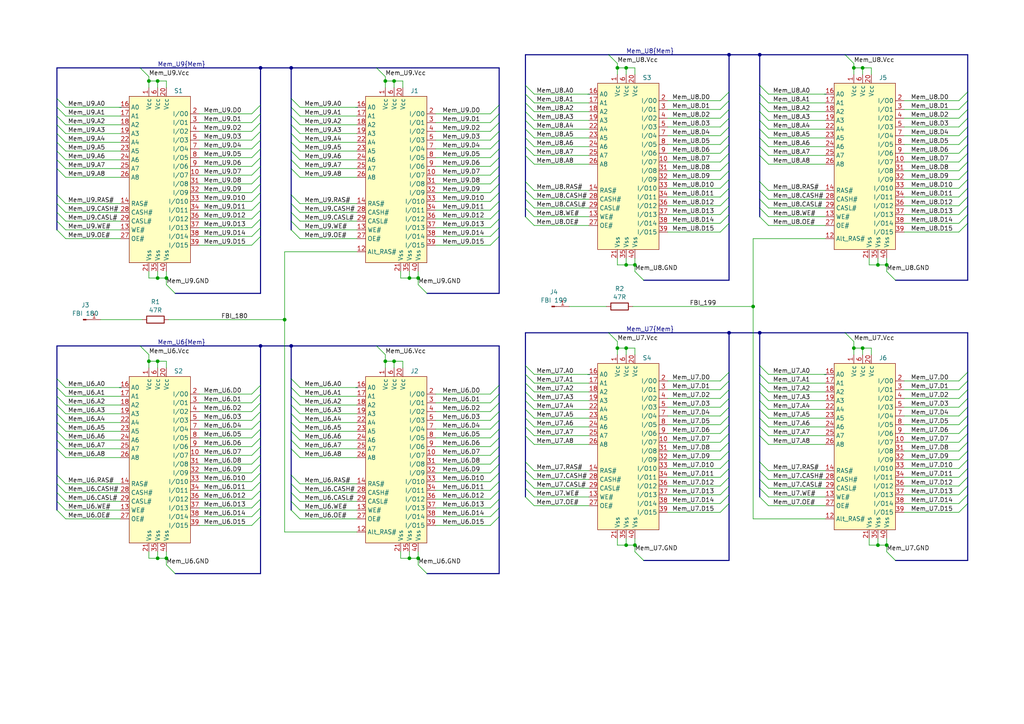
<source format=kicad_sch>
(kicad_sch (version 20230121) (generator eeschema)
  (paper "A4")
  (title_block (title "Diamond Monster 3D RAM Expansion FBI Board") (date "2023-09-15") (company "Jeff Chen"))
  (bus_alias "Mem" (members "A[0..9]" "D[0..15]" "RAS#" "CASH#" "CASL#" "WE#" "OE#" "Vcc" "GND"))
  (junction (at 121.285 80.645))
  (junction (at 45.72 104.775))
  (junction (at 118.745 80.645))
  (junction (at 184.15 158.115))
  (junction (at 179.07 100.965))
  (junction (at 181.61 100.965))
  (junction (at 75.565 100.33))
  (junction (at 247.65 19.685))
  (junction (at 257.175 158.115))
  (junction (at 254.635 158.115))
  (junction (at 45.72 80.645))
  (junction (at 45.72 23.495))
  (junction (at 114.3 104.775))
  (junction (at 45.72 161.925))
  (junction (at 254.635 76.835))
  (junction (at 48.26 161.925))
  (junction (at 211.455 96.52))
  (junction (at 218.44 88.9))
  (junction (at 184.15 76.835))
  (junction (at 84.455 19.685))
  (junction (at 111.76 104.775))
  (junction (at 75.565 19.685))
  (junction (at 181.61 76.835))
  (junction (at 250.19 100.965))
  (junction (at 181.61 158.115))
  (junction (at 82.55 92.71))
  (junction (at 43.18 23.495))
  (junction (at 181.61 19.685))
  (junction (at 179.07 19.685))
  (junction (at 211.455 15.875))
  (junction (at 48.26 80.645))
  (junction (at 121.285 161.925))
  (junction (at 84.455 100.33))
  (junction (at 247.65 100.965))
  (junction (at 43.18 104.775))
  (junction (at 111.76 23.495))
  (junction (at 257.175 76.835))
  (junction (at 250.19 19.685))
  (junction (at 220.345 15.875))
  (junction (at 118.745 161.925))
  (junction (at 114.3 23.495))
  (junction (at 220.345 96.52))
  (bus_entry (at 211.455 135.89) (size -2.54 2.54))
  (bus_entry (at 278.13 120.65) (size 2.54 -2.54))
  (bus_entry (at 152.4 126.365) (size 2.54 2.54))
  (bus_entry (at 75.565 119.38) (size -2.54 2.54))
  (bus_entry (at 222.885 29.845) (size -2.54 -2.54))
  (bus_entry (at 222.885 141.605) (size -2.54 -2.54))
  (bus_entry (at 16.51 122.555) (size 2.54 2.54))
  (bus_entry (at 16.51 112.395) (size 2.54 2.54))
  (bus_entry (at 152.4 57.785) (size 2.54 2.54))
  (bus_entry (at 278.13 31.75) (size 2.54 -2.54))
  (bus_entry (at 86.995 51.435) (size -2.54 -2.54))
  (bus_entry (at 16.51 61.595) (size 2.54 2.54))
  (bus_entry (at 75.565 60.96) (size -2.54 2.54))
  (bus_entry (at 211.455 36.83) (size -2.54 2.54))
  (bus_entry (at 16.51 125.095) (size 2.54 2.54))
  (bus_entry (at 211.455 120.65) (size -2.54 2.54))
  (bus_entry (at 278.13 123.19) (size 2.54 -2.54))
  (bus_entry (at 142.24 43.18) (size 2.54 -2.54))
  (bus_entry (at 278.13 54.61) (size 2.54 -2.54))
  (bus_entry (at 278.13 133.35) (size 2.54 -2.54))
  (bus_entry (at 86.995 130.175) (size -2.54 -2.54))
  (bus_entry (at 278.13 39.37) (size 2.54 -2.54))
  (bus_entry (at 75.565 139.7) (size -2.54 2.54))
  (bus_entry (at 152.4 27.305) (size 2.54 2.54))
  (bus_entry (at 186.69 162.56) (size -2.54 -2.54))
  (bus_entry (at 75.565 53.34) (size -2.54 2.54))
  (bus_entry (at 152.4 108.585) (size 2.54 2.54))
  (bus_entry (at 211.455 29.21) (size -2.54 2.54))
  (bus_entry (at 142.24 33.02) (size 2.54 -2.54))
  (bus_entry (at 86.995 120.015) (size -2.54 -2.54))
  (bus_entry (at 152.4 32.385) (size 2.54 2.54))
  (bus_entry (at 222.885 146.685) (size -2.54 -2.54))
  (bus_entry (at 211.455 138.43) (size -2.54 2.54))
  (bus_entry (at 211.455 140.97) (size -2.54 2.54))
  (bus_entry (at 222.885 121.285) (size -2.54 -2.54))
  (bus_entry (at 211.455 110.49) (size -2.54 2.54))
  (bus_entry (at 75.565 38.1) (size -2.54 2.54))
  (bus_entry (at 222.885 108.585) (size -2.54 -2.54))
  (bus_entry (at 278.13 148.59) (size 2.54 -2.54))
  (bus_entry (at 142.24 58.42) (size 2.54 -2.54))
  (bus_entry (at 16.51 142.875) (size 2.54 2.54))
  (bus_entry (at 278.13 59.69) (size 2.54 -2.54))
  (bus_entry (at 152.4 40.005) (size 2.54 2.54))
  (bus_entry (at 75.565 147.32) (size -2.54 2.54))
  (bus_entry (at 257.175 160.02) (size 2.54 2.54))
  (bus_entry (at 222.885 128.905) (size -2.54 -2.54))
  (bus_entry (at 16.51 33.655) (size 2.54 2.54))
  (bus_entry (at 211.455 133.35) (size -2.54 2.54))
  (bus_entry (at 152.4 29.845) (size 2.54 2.54))
  (bus_entry (at 50.8 166.37) (size -2.54 -2.54))
  (bus_entry (at 211.455 113.03) (size -2.54 2.54))
  (bus_entry (at 75.565 111.76) (size -2.54 2.54))
  (bus_entry (at 16.51 140.335) (size 2.54 2.54))
  (bus_entry (at 222.885 139.065) (size -2.54 -2.54))
  (bus_entry (at 86.995 64.135) (size -2.54 -2.54))
  (bus_entry (at 142.24 124.46) (size 2.54 -2.54))
  (bus_entry (at 86.995 145.415) (size -2.54 -2.54))
  (bus_entry (at 75.565 50.8) (size -2.54 2.54))
  (bus_entry (at 86.995 122.555) (size -2.54 -2.54))
  (bus_entry (at 86.995 38.735) (size -2.54 -2.54))
  (bus_entry (at 16.51 137.795) (size 2.54 2.54))
  (bus_entry (at 152.4 113.665) (size 2.54 2.54))
  (bus_entry (at 75.565 116.84) (size -2.54 2.54))
  (bus_entry (at 142.24 142.24) (size 2.54 -2.54))
  (bus_entry (at 86.995 132.715) (size -2.54 -2.54))
  (bus_entry (at 75.565 58.42) (size -2.54 2.54))
  (bus_entry (at 142.24 60.96) (size 2.54 -2.54))
  (bus_entry (at 142.24 132.08) (size 2.54 -2.54))
  (bus_entry (at 211.455 44.45) (size -2.54 2.54))
  (bus_entry (at 16.51 109.855) (size 2.54 2.54))
  (bus_entry (at 142.24 119.38) (size 2.54 -2.54))
  (bus_entry (at 86.995 48.895) (size -2.54 -2.54))
  (bus_entry (at 211.455 41.91) (size -2.54 2.54))
  (bus_entry (at 75.565 45.72) (size -2.54 2.54))
  (bus_entry (at 222.885 47.625) (size -2.54 -2.54))
  (bus_entry (at 75.565 142.24) (size -2.54 2.54))
  (bus_entry (at 222.885 32.385) (size -2.54 -2.54))
  (bus_entry (at 142.24 55.88) (size 2.54 -2.54))
  (bus_entry (at 211.455 130.81) (size -2.54 2.54))
  (bus_entry (at 222.885 57.785) (size -2.54 -2.54))
  (bus_entry (at 152.4 42.545) (size 2.54 2.54))
  (bus_entry (at 222.885 118.745) (size -2.54 -2.54))
  (bus_entry (at 75.565 137.16) (size -2.54 2.54))
  (bus_entry (at 222.885 116.205) (size -2.54 -2.54))
  (bus_entry (at 75.565 114.3) (size -2.54 2.54))
  (bus_entry (at 86.995 117.475) (size -2.54 -2.54))
  (bus_entry (at 222.885 144.145) (size -2.54 -2.54))
  (bus_entry (at 142.24 114.3) (size 2.54 -2.54))
  (bus_entry (at 257.175 78.74) (size 2.54 2.54))
  (bus_entry (at 16.51 127.635) (size 2.54 2.54))
  (bus_entry (at 278.13 130.81) (size 2.54 -2.54))
  (bus_entry (at 211.455 39.37) (size -2.54 2.54))
  (bus_entry (at 278.13 118.11) (size 2.54 -2.54))
  (bus_entry (at 211.455 57.15) (size -2.54 2.54))
  (bus_entry (at 142.24 149.86) (size 2.54 -2.54))
  (bus_entry (at 278.13 140.97) (size 2.54 -2.54))
  (bus_entry (at 222.885 65.405) (size -2.54 -2.54))
  (bus_entry (at 211.455 54.61) (size -2.54 2.54))
  (bus_entry (at 142.24 63.5) (size 2.54 -2.54))
  (bus_entry (at 222.885 126.365) (size -2.54 -2.54))
  (bus_entry (at 211.455 26.67) (size -2.54 2.54))
  (bus_entry (at 278.13 34.29) (size 2.54 -2.54))
  (bus_entry (at 86.995 46.355) (size -2.54 -2.54))
  (bus_entry (at 75.565 68.58) (size -2.54 2.54))
  (bus_entry (at 16.51 64.135) (size 2.54 2.54))
  (bus_entry (at 75.565 33.02) (size -2.54 2.54))
  (bus_entry (at 222.885 34.925) (size -2.54 -2.54))
  (bus_entry (at 16.51 59.055) (size 2.54 2.54))
  (bus_entry (at 16.51 36.195) (size 2.54 2.54))
  (bus_entry (at 142.24 35.56) (size 2.54 -2.54))
  (bus_entry (at 222.885 40.005) (size -2.54 -2.54))
  (bus_entry (at 278.13 52.07) (size 2.54 -2.54))
  (bus_entry (at 152.4 141.605) (size 2.54 2.54))
  (bus_entry (at 211.455 115.57) (size -2.54 2.54))
  (bus_entry (at 142.24 68.58) (size 2.54 -2.54))
  (bus_entry (at 142.24 121.92) (size 2.54 -2.54))
  (bus_entry (at 75.565 121.92) (size -2.54 2.54))
  (bus_entry (at 75.565 43.18) (size -2.54 2.54))
  (bus_entry (at 211.455 107.95) (size -2.54 2.54))
  (bus_entry (at 278.13 44.45) (size 2.54 -2.54))
  (bus_entry (at 142.24 116.84) (size 2.54 -2.54))
  (bus_entry (at 211.455 59.69) (size -2.54 2.54))
  (bus_entry (at 16.51 145.415) (size 2.54 2.54))
  (bus_entry (at 142.24 53.34) (size 2.54 -2.54))
  (bus_entry (at 16.51 66.675) (size 2.54 2.54))
  (bus_entry (at 75.565 40.64) (size -2.54 2.54))
  (bus_entry (at 16.51 38.735) (size 2.54 2.54))
  (bus_entry (at 222.885 55.245) (size -2.54 -2.54))
  (bus_entry (at 75.565 144.78) (size -2.54 2.54))
  (bus_entry (at 86.995 69.215) (size -2.54 -2.54))
  (bus_entry (at 152.4 55.245) (size 2.54 2.54))
  (bus_entry (at 278.13 62.23) (size 2.54 -2.54))
  (bus_entry (at 142.24 144.78) (size 2.54 -2.54))
  (bus_entry (at 211.455 31.75) (size -2.54 2.54))
  (bus_entry (at 142.24 129.54) (size 2.54 -2.54))
  (bus_entry (at 16.51 46.355) (size 2.54 2.54))
  (bus_entry (at 278.13 67.31) (size 2.54 -2.54))
  (bus_entry (at 211.455 143.51) (size -2.54 2.54))
  (bus_entry (at 222.885 42.545) (size -2.54 -2.54))
  (bus_entry (at 16.51 114.935) (size 2.54 2.54))
  (bus_entry (at 142.24 139.7) (size 2.54 -2.54))
  (bus_entry (at 86.995 150.495) (size -2.54 -2.54))
  (bus_entry (at 278.13 29.21) (size 2.54 -2.54))
  (bus_entry (at 222.885 113.665) (size -2.54 -2.54))
  (bus_entry (at 142.24 45.72) (size 2.54 -2.54))
  (bus_entry (at 278.13 125.73) (size 2.54 -2.54))
  (bus_entry (at 152.4 139.065) (size 2.54 2.54))
  (bus_entry (at 278.13 36.83) (size 2.54 -2.54))
  (bus_entry (at 75.565 132.08) (size -2.54 2.54))
  (bus_entry (at 16.51 56.515) (size 2.54 2.54))
  (bus_entry (at 16.51 120.015) (size 2.54 2.54))
  (bus_entry (at 86.995 147.955) (size -2.54 -2.54))
  (bus_entry (at 222.885 27.305) (size -2.54 -2.54))
  (bus_entry (at 278.13 41.91) (size 2.54 -2.54))
  (bus_entry (at 86.995 41.275) (size -2.54 -2.54))
  (bus_entry (at 86.995 61.595) (size -2.54 -2.54))
  (bus_entry (at 222.885 136.525) (size -2.54 -2.54))
  (bus_entry (at 142.24 152.4) (size 2.54 -2.54))
  (bus_entry (at 211.455 125.73) (size -2.54 2.54))
  (bus_entry (at 75.565 63.5) (size -2.54 2.54))
  (bus_entry (at 142.24 48.26) (size 2.54 -2.54))
  (bus_entry (at 109.22 100.33) (size 2.54 2.54))
  (bus_entry (at 211.455 118.11) (size -2.54 2.54))
  (bus_entry (at 211.455 128.27) (size -2.54 2.54))
  (bus_entry (at 75.565 48.26) (size -2.54 2.54))
  (bus_entry (at 211.455 34.29) (size -2.54 2.54))
  (bus_entry (at 142.24 71.12) (size 2.54 -2.54))
  (bus_entry (at 75.565 149.86) (size -2.54 2.54))
  (bus_entry (at 278.13 146.05) (size 2.54 -2.54))
  (bus_entry (at 278.13 64.77) (size 2.54 -2.54))
  (bus_entry (at 222.885 62.865) (size -2.54 -2.54))
  (bus_entry (at 278.13 135.89) (size 2.54 -2.54))
  (bus_entry (at 186.69 81.28) (size -2.54 -2.54))
  (bus_entry (at 142.24 137.16) (size 2.54 -2.54))
  (bus_entry (at 75.565 134.62) (size -2.54 2.54))
  (bus_entry (at 176.53 96.52) (size 2.54 2.54))
  (bus_entry (at 211.455 46.99) (size -2.54 2.54))
  (bus_entry (at 245.11 96.52) (size 2.54 2.54))
  (bus_entry (at 278.13 49.53) (size 2.54 -2.54))
  (bus_entry (at 152.4 37.465) (size 2.54 2.54))
  (bus_entry (at 75.565 30.48) (size -2.54 2.54))
  (bus_entry (at 152.4 133.985) (size 2.54 2.54))
  (bus_entry (at 152.4 118.745) (size 2.54 2.54))
  (bus_entry (at 142.24 134.62) (size 2.54 -2.54))
  (bus_entry (at 152.4 24.765) (size 2.54 2.54))
  (bus_entry (at 152.4 111.125) (size 2.54 2.54))
  (bus_entry (at 152.4 106.045) (size 2.54 2.54))
  (bus_entry (at 50.8 85.09) (size -2.54 -2.54))
  (bus_entry (at 75.565 129.54) (size -2.54 2.54))
  (bus_entry (at 86.995 33.655) (size -2.54 -2.54))
  (bus_entry (at 75.565 127) (size -2.54 2.54))
  (bus_entry (at 16.51 31.115) (size 2.54 2.54))
  (bus_entry (at 152.4 45.085) (size 2.54 2.54))
  (bus_entry (at 121.285 82.55) (size 2.54 2.54))
  (bus_entry (at 211.455 146.05) (size -2.54 2.54))
  (bus_entry (at 142.24 40.64) (size 2.54 -2.54))
  (bus_entry (at 75.565 66.04) (size -2.54 2.54))
  (bus_entry (at 75.565 35.56) (size -2.54 2.54))
  (bus_entry (at 40.64 19.685) (size 2.54 2.54))
  (bus_entry (at 245.11 15.875) (size 2.54 2.54))
  (bus_entry (at 278.13 143.51) (size 2.54 -2.54))
  (bus_entry (at 152.4 52.705) (size 2.54 2.54))
  (bus_entry (at 211.455 62.23) (size -2.54 2.54))
  (bus_entry (at 40.64 100.33) (size 2.54 2.54))
  (bus_entry (at 222.885 60.325) (size -2.54 -2.54))
  (bus_entry (at 152.4 144.145) (size 2.54 2.54))
  (bus_entry (at 86.995 140.335) (size -2.54 -2.54))
  (bus_entry (at 278.13 46.99) (size 2.54 -2.54))
  (bus_entry (at 142.24 127) (size 2.54 -2.54))
  (bus_entry (at 211.455 123.19) (size -2.54 2.54))
  (bus_entry (at 142.24 147.32) (size 2.54 -2.54))
  (bus_entry (at 86.995 36.195) (size -2.54 -2.54))
  (bus_entry (at 152.4 60.325) (size 2.54 2.54))
  (bus_entry (at 16.51 130.175) (size 2.54 2.54))
  (bus_entry (at 278.13 57.15) (size 2.54 -2.54))
  (bus_entry (at 109.22 19.685) (size 2.54 2.54))
  (bus_entry (at 16.51 43.815) (size 2.54 2.54))
  (bus_entry (at 211.455 52.07) (size -2.54 2.54))
  (bus_entry (at 86.995 125.095) (size -2.54 -2.54))
  (bus_entry (at 86.995 66.675) (size -2.54 -2.54))
  (bus_entry (at 16.51 117.475) (size 2.54 2.54))
  (bus_entry (at 152.4 123.825) (size 2.54 2.54))
  (bus_entry (at 16.51 48.895) (size 2.54 2.54))
  (bus_entry (at 152.4 62.865) (size 2.54 2.54))
  (bus_entry (at 86.995 31.115) (size -2.54 -2.54))
  (bus_entry (at 152.4 34.925) (size 2.54 2.54))
  (bus_entry (at 86.995 59.055) (size -2.54 -2.54))
  (bus_entry (at 152.4 136.525) (size 2.54 2.54))
  (bus_entry (at 142.24 66.04) (size 2.54 -2.54))
  (bus_entry (at 278.13 138.43) (size 2.54 -2.54))
  (bus_entry (at 278.13 115.57) (size 2.54 -2.54))
  (bus_entry (at 222.885 111.125) (size -2.54 -2.54))
  (bus_entry (at 152.4 121.285) (size 2.54 2.54))
  (bus_entry (at 86.995 114.935) (size -2.54 -2.54))
  (bus_entry (at 222.885 45.085) (size -2.54 -2.54))
  (bus_entry (at 121.285 163.83) (size 2.54 2.54))
  (bus_entry (at 86.995 112.395) (size -2.54 -2.54))
  (bus_entry (at 75.565 55.88) (size -2.54 2.54))
  (bus_entry (at 16.51 41.275) (size 2.54 2.54))
  (bus_entry (at 16.51 147.955) (size 2.54 2.54))
  (bus_entry (at 142.24 50.8) (size 2.54 -2.54))
  (bus_entry (at 278.13 110.49) (size 2.54 -2.54))
  (bus_entry (at 142.24 38.1) (size 2.54 -2.54))
  (bus_entry (at 222.885 37.465) (size -2.54 -2.54))
  (bus_entry (at 86.995 127.635) (size -2.54 -2.54))
  (bus_entry (at 86.995 43.815) (size -2.54 -2.54))
  (bus_entry (at 16.51 28.575) (size 2.54 2.54))
  (bus_entry (at 278.13 113.03) (size 2.54 -2.54))
  (bus_entry (at 176.53 15.875) (size 2.54 2.54))
  (bus_entry (at 222.885 123.825) (size -2.54 -2.54))
  (bus_entry (at 211.455 64.77) (size -2.54 2.54))
  (bus_entry (at 211.455 49.53) (size -2.54 2.54))
  (bus_entry (at 152.4 116.205) (size 2.54 2.54))
  (bus_entry (at 278.13 128.27) (size 2.54 -2.54))
  (bus_entry (at 86.995 142.875) (size -2.54 -2.54))
  (bus_entry (at 75.565 124.46) (size -2.54 2.54))
  (wire (pts (xy 57.785 121.92) (xy 73.025 121.92)))
  (bus (pts (xy 186.69 162.56) (xy 211.455 162.56)))
  (wire (pts (xy 48.26 80.645) (xy 48.26 78.74)))
  (wire (pts (xy 222.885 136.525) (xy 239.395 136.525)))
  (bus (pts (xy 84.455 38.735) (xy 84.455 41.275)))
  (wire (pts (xy 179.07 100.965) (xy 181.61 100.965)))
  (wire (pts (xy 57.785 33.02) (xy 73.025 33.02)))
  (wire (pts (xy 278.13 46.99) (xy 262.255 46.99)))
  (wire (pts (xy 86.995 59.055) (xy 103.505 59.055)))
  (wire (pts (xy 154.94 116.205) (xy 170.815 116.205)))
  (bus (pts (xy 280.67 57.15) (xy 280.67 59.69)))
  (wire (pts (xy 142.24 127) (xy 126.365 127)))
  (bus (pts (xy 211.455 96.52) (xy 220.345 96.52)))
  (wire (pts (xy 142.24 48.26) (xy 126.365 48.26)))
  (bus (pts (xy 84.455 46.355) (xy 84.455 48.895)))
  (wire (pts (xy 254.635 158.115) (xy 257.175 158.115)))
  (bus (pts (xy 220.345 118.745) (xy 220.345 121.285)))
  (wire (pts (xy 222.885 45.085) (xy 239.395 45.085)))
  (bus (pts (xy 144.78 147.32) (xy 144.78 149.86)))
  (bus (pts (xy 16.51 130.175) (xy 16.51 137.795)))
  (wire (pts (xy 48.26 80.645) (xy 48.26 82.55)))
  (wire (pts (xy 142.24 33.02) (xy 126.365 33.02)))
  (wire (pts (xy 154.94 55.245) (xy 170.815 55.245)))
  (bus (pts (xy 280.67 120.65) (xy 280.67 123.19)))
  (wire (pts (xy 179.07 19.685) (xy 181.61 19.685)))
  (wire (pts (xy 193.675 110.49) (xy 208.915 110.49)))
  (wire (pts (xy 222.885 40.005) (xy 239.395 40.005)))
  (wire (pts (xy 222.885 111.125) (xy 239.395 111.125)))
  (wire (pts (xy 19.05 122.555) (xy 34.925 122.555)))
  (bus (pts (xy 84.455 117.475) (xy 84.455 120.015)))
  (bus (pts (xy 75.565 127) (xy 75.565 129.54)))
  (bus (pts (xy 75.565 149.86) (xy 75.565 166.37)))
  (bus (pts (xy 152.4 123.825) (xy 152.4 126.365)))
  (bus (pts (xy 220.345 113.665) (xy 220.345 116.205)))
  (bus (pts (xy 280.67 107.95) (xy 280.67 110.49)))
  (wire (pts (xy 278.13 31.75) (xy 262.255 31.75)))
  (wire (pts (xy 222.885 139.065) (xy 239.395 139.065)))
  (bus (pts (xy 75.565 129.54) (xy 75.565 132.08)))
  (wire (pts (xy 184.15 158.115) (xy 184.15 160.02)))
  (bus (pts (xy 75.565 119.38) (xy 75.565 121.92)))
  (wire (pts (xy 142.24 43.18) (xy 126.365 43.18)))
  (wire (pts (xy 142.24 60.96) (xy 126.365 60.96)))
  (bus (pts (xy 152.4 113.665) (xy 152.4 116.205)))
  (wire (pts (xy 142.24 58.42) (xy 126.365 58.42)))
  (bus (pts (xy 220.345 106.045) (xy 220.345 108.585)))
  (bus (pts (xy 152.4 133.985) (xy 152.4 136.525)))
  (wire (pts (xy 86.995 38.735) (xy 103.505 38.735)))
  (wire (pts (xy 154.94 113.665) (xy 170.815 113.665)))
  (bus (pts (xy 84.455 43.815) (xy 84.455 46.355)))
  (wire (pts (xy 114.3 104.775) (xy 114.3 106.68)))
  (wire (pts (xy 86.995 46.355) (xy 103.505 46.355)))
  (bus (pts (xy 75.565 63.5) (xy 75.565 66.04)))
  (bus (pts (xy 211.455 128.27) (xy 211.455 130.81)))
  (bus (pts (xy 75.565 50.8) (xy 75.565 53.34)))
  (wire (pts (xy 154.94 141.605) (xy 170.815 141.605)))
  (bus (pts (xy 75.565 43.18) (xy 75.565 45.72)))
  (wire (pts (xy 118.745 80.645) (xy 121.285 80.645)))
  (wire (pts (xy 250.19 100.965) (xy 250.19 102.87)))
  (wire (pts (xy 179.07 100.965) (xy 179.07 102.87)))
  (wire (pts (xy 48.26 161.925) (xy 48.26 163.83)))
  (bus (pts (xy 16.51 127.635) (xy 16.51 130.175)))
  (wire (pts (xy 82.55 73.025) (xy 103.505 73.025)))
  (wire (pts (xy 252.095 156.21) (xy 252.095 158.115)))
  (wire (pts (xy 86.995 147.955) (xy 103.505 147.955)))
  (wire (pts (xy 86.995 48.895) (xy 103.505 48.895)))
  (wire (pts (xy 43.18 22.225) (xy 43.18 23.495)))
  (wire (pts (xy 278.13 123.19) (xy 262.255 123.19)))
  (wire (pts (xy 19.05 130.175) (xy 34.925 130.175)))
  (wire (pts (xy 222.885 27.305) (xy 239.395 27.305)))
  (wire (pts (xy 57.785 132.08) (xy 73.025 132.08)))
  (wire (pts (xy 184.15 158.115) (xy 184.15 156.21)))
  (wire (pts (xy 193.675 146.05) (xy 208.915 146.05)))
  (bus (pts (xy 40.64 19.685) (xy 75.565 19.685)))
  (wire (pts (xy 57.785 134.62) (xy 73.025 134.62)))
  (wire (pts (xy 57.785 53.34) (xy 73.025 53.34)))
  (wire (pts (xy 45.72 104.775) (xy 45.72 106.68)))
  (wire (pts (xy 57.785 63.5) (xy 73.025 63.5)))
  (wire (pts (xy 57.785 43.18) (xy 73.025 43.18)))
  (wire (pts (xy 222.885 108.585) (xy 239.395 108.585)))
  (wire (pts (xy 193.675 41.91) (xy 208.915 41.91)))
  (wire (pts (xy 114.3 23.495) (xy 114.3 25.4)))
  (bus (pts (xy 16.51 114.935) (xy 16.51 117.475)))
  (wire (pts (xy 193.675 148.59) (xy 208.915 148.59)))
  (bus (pts (xy 211.455 15.875) (xy 211.455 26.67)))
  (wire (pts (xy 45.72 104.775) (xy 48.26 104.775)))
  (bus (pts (xy 152.4 24.765) (xy 152.4 15.875)))
  (wire (pts (xy 57.785 68.58) (xy 73.025 68.58)))
  (bus (pts (xy 84.455 145.415) (xy 84.455 147.955)))
  (wire (pts (xy 19.05 147.955) (xy 34.925 147.955)))
  (bus (pts (xy 280.67 133.35) (xy 280.67 135.89)))
  (wire (pts (xy 57.785 50.8) (xy 73.025 50.8)))
  (wire (pts (xy 57.785 60.96) (xy 73.025 60.96)))
  (wire (pts (xy 142.24 116.84) (xy 126.365 116.84)))
  (wire (pts (xy 19.05 61.595) (xy 34.925 61.595)))
  (bus (pts (xy 144.78 114.3) (xy 144.78 116.84)))
  (wire (pts (xy 181.61 76.835) (xy 184.15 76.835)))
  (wire (pts (xy 193.675 44.45) (xy 208.915 44.45)))
  (bus (pts (xy 259.715 81.28) (xy 280.67 81.28)))
  (wire (pts (xy 193.675 67.31) (xy 208.915 67.31)))
  (wire (pts (xy 19.05 64.135) (xy 34.925 64.135)))
  (bus (pts (xy 50.8 85.09) (xy 75.565 85.09)))
  (wire (pts (xy 116.84 23.495) (xy 116.84 25.4)))
  (wire (pts (xy 57.785 127) (xy 73.025 127)))
  (bus (pts (xy 211.455 36.83) (xy 211.455 39.37)))
  (bus (pts (xy 280.67 96.52) (xy 280.67 107.95)))
  (wire (pts (xy 254.635 156.21) (xy 254.635 158.115)))
  (wire (pts (xy 48.895 92.71) (xy 82.55 92.71)))
  (wire (pts (xy 193.675 115.57) (xy 208.915 115.57)))
  (bus (pts (xy 75.565 60.96) (xy 75.565 63.5)))
  (wire (pts (xy 57.785 116.84) (xy 73.025 116.84)))
  (bus (pts (xy 109.22 19.685) (xy 144.78 19.685)))
  (wire (pts (xy 193.675 128.27) (xy 208.915 128.27)))
  (bus (pts (xy 75.565 55.88) (xy 75.565 58.42)))
  (bus (pts (xy 152.4 141.605) (xy 152.4 144.145)))
  (bus (pts (xy 84.455 41.275) (xy 84.455 43.815)))
  (bus (pts (xy 220.345 42.545) (xy 220.345 45.085)))
  (wire (pts (xy 86.995 145.415) (xy 103.505 145.415)))
  (wire (pts (xy 57.785 35.56) (xy 73.025 35.56)))
  (bus (pts (xy 16.51 33.655) (xy 16.51 36.195)))
  (bus (pts (xy 211.455 64.77) (xy 211.455 81.28)))
  (bus (pts (xy 84.455 19.685) (xy 84.455 28.575)))
  (wire (pts (xy 86.995 122.555) (xy 103.505 122.555)))
  (bus (pts (xy 144.78 137.16) (xy 144.78 139.7)))
  (wire (pts (xy 218.44 88.9) (xy 218.44 150.495)))
  (bus (pts (xy 144.78 129.54) (xy 144.78 132.08)))
  (bus (pts (xy 16.51 64.135) (xy 16.51 66.675)))
  (bus (pts (xy 220.345 45.085) (xy 220.345 52.705)))
  (bus (pts (xy 84.455 59.055) (xy 84.455 61.595)))
  (wire (pts (xy 86.995 127.635) (xy 103.505 127.635)))
  (wire (pts (xy 278.13 148.59) (xy 262.255 148.59)))
  (wire (pts (xy 43.18 104.775) (xy 45.72 104.775)))
  (wire (pts (xy 218.44 69.215) (xy 218.44 88.9)))
  (bus (pts (xy 144.78 40.64) (xy 144.78 43.18)))
  (wire (pts (xy 43.18 104.775) (xy 43.18 106.68)))
  (bus (pts (xy 84.455 64.135) (xy 84.455 66.675)))
  (wire (pts (xy 142.24 134.62) (xy 126.365 134.62)))
  (wire (pts (xy 154.94 32.385) (xy 170.815 32.385)))
  (wire (pts (xy 86.995 36.195) (xy 103.505 36.195)))
  (wire (pts (xy 154.94 126.365) (xy 170.815 126.365)))
  (wire (pts (xy 86.995 112.395) (xy 103.505 112.395)))
  (wire (pts (xy 184.15 100.965) (xy 184.15 102.87)))
  (wire (pts (xy 193.675 135.89) (xy 208.915 135.89)))
  (wire (pts (xy 45.72 80.645) (xy 48.26 80.645)))
  (bus (pts (xy 211.455 46.99) (xy 211.455 49.53)))
  (bus (pts (xy 211.455 138.43) (xy 211.455 140.97)))
  (bus (pts (xy 75.565 68.58) (xy 75.565 85.09)))
  (wire (pts (xy 278.13 29.21) (xy 262.255 29.21)))
  (bus (pts (xy 84.455 130.175) (xy 84.455 137.795)))
  (wire (pts (xy 154.94 37.465) (xy 170.815 37.465)))
  (wire (pts (xy 257.175 158.115) (xy 257.175 156.21)))
  (bus (pts (xy 152.4 29.845) (xy 152.4 32.385)))
  (bus (pts (xy 75.565 111.76) (xy 75.565 114.3)))
  (bus (pts (xy 84.455 48.895) (xy 84.455 56.515)))
  (wire (pts (xy 247.65 19.685) (xy 247.65 21.59)))
  (wire (pts (xy 154.94 47.625) (xy 170.815 47.625)))
  (bus (pts (xy 280.67 146.05) (xy 280.67 162.56)))
  (bus (pts (xy 16.51 31.115) (xy 16.51 33.655)))
  (bus (pts (xy 84.455 31.115) (xy 84.455 33.655)))
  (wire (pts (xy 29.21 92.71) (xy 41.275 92.71)))
  (wire (pts (xy 193.675 34.29) (xy 208.915 34.29)))
  (bus (pts (xy 16.51 125.095) (xy 16.51 127.635)))
  (bus (pts (xy 84.455 142.875) (xy 84.455 145.415)))
  (bus (pts (xy 220.345 57.785) (xy 220.345 60.325)))
  (bus (pts (xy 220.345 116.205) (xy 220.345 118.745)))
  (bus (pts (xy 152.4 55.245) (xy 152.4 57.785)))
  (wire (pts (xy 154.94 34.925) (xy 170.815 34.925)))
  (bus (pts (xy 84.455 19.685) (xy 109.22 19.685)))
  (wire (pts (xy 57.785 55.88) (xy 73.025 55.88)))
  (bus (pts (xy 152.4 24.765) (xy 152.4 27.305)))
  (wire (pts (xy 250.19 19.685) (xy 252.73 19.685)))
  (wire (pts (xy 86.995 132.715) (xy 103.505 132.715)))
  (bus (pts (xy 280.67 36.83) (xy 280.67 39.37)))
  (bus (pts (xy 220.345 32.385) (xy 220.345 34.925)))
  (wire (pts (xy 86.995 140.335) (xy 103.505 140.335)))
  (wire (pts (xy 48.26 104.775) (xy 48.26 106.68)))
  (bus (pts (xy 144.78 119.38) (xy 144.78 121.92)))
  (wire (pts (xy 193.675 46.99) (xy 208.915 46.99)))
  (bus (pts (xy 16.51 19.685) (xy 40.64 19.685)))
  (wire (pts (xy 154.94 42.545) (xy 170.815 42.545)))
  (bus (pts (xy 16.51 56.515) (xy 16.51 59.055)))
  (wire (pts (xy 121.285 80.645) (xy 121.285 82.55)))
  (bus (pts (xy 84.455 100.33) (xy 84.455 109.855)))
  (bus (pts (xy 16.51 100.33) (xy 40.64 100.33)))
  (bus (pts (xy 152.4 45.085) (xy 152.4 52.705)))
  (bus (pts (xy 144.78 60.96) (xy 144.78 63.5)))
  (wire (pts (xy 193.675 57.15) (xy 208.915 57.15)))
  (wire (pts (xy 278.13 39.37) (xy 262.255 39.37)))
  (bus (pts (xy 144.78 33.02) (xy 144.78 35.56)))
  (wire (pts (xy 57.785 137.16) (xy 73.025 137.16)))
  (wire (pts (xy 278.13 118.11) (xy 262.255 118.11)))
  (wire (pts (xy 86.995 43.815) (xy 103.505 43.815)))
  (wire (pts (xy 222.885 121.285) (xy 239.395 121.285)))
  (bus (pts (xy 211.455 62.23) (xy 211.455 64.77)))
  (bus (pts (xy 50.8 166.37) (xy 75.565 166.37)))
  (bus (pts (xy 16.51 122.555) (xy 16.51 125.095)))
  (wire (pts (xy 252.73 19.685) (xy 252.73 21.59)))
  (wire (pts (xy 278.13 34.29) (xy 262.255 34.29)))
  (bus (pts (xy 220.345 27.305) (xy 220.345 29.845)))
  (bus (pts (xy 211.455 15.875) (xy 220.345 15.875)))
  (wire (pts (xy 193.675 49.53) (xy 208.915 49.53)))
  (wire (pts (xy 154.94 29.845) (xy 170.815 29.845)))
  (bus (pts (xy 211.455 44.45) (xy 211.455 46.99)))
  (wire (pts (xy 278.13 125.73) (xy 262.255 125.73)))
  (wire (pts (xy 193.675 133.35) (xy 208.915 133.35)))
  (wire (pts (xy 57.785 114.3) (xy 73.025 114.3)))
  (bus (pts (xy 84.455 120.015) (xy 84.455 122.555)))
  (bus (pts (xy 16.51 28.575) (xy 16.51 19.685)))
  (wire (pts (xy 154.94 65.405) (xy 170.815 65.405)))
  (bus (pts (xy 84.455 28.575) (xy 84.455 31.115)))
  (wire (pts (xy 222.885 29.845) (xy 239.395 29.845)))
  (wire (pts (xy 247.65 100.965) (xy 247.65 102.87)))
  (wire (pts (xy 43.18 161.925) (xy 45.72 161.925)))
  (wire (pts (xy 142.24 137.16) (xy 126.365 137.16)))
  (wire (pts (xy 43.18 23.495) (xy 43.18 25.4)))
  (wire (pts (xy 278.13 36.83) (xy 262.255 36.83)))
  (wire (pts (xy 45.72 78.74) (xy 45.72 80.645)))
  (bus (pts (xy 280.67 59.69) (xy 280.67 62.23)))
  (bus (pts (xy 211.455 123.19) (xy 211.455 125.73)))
  (wire (pts (xy 181.61 156.21) (xy 181.61 158.115)))
  (bus (pts (xy 144.78 121.92) (xy 144.78 124.46)))
  (bus (pts (xy 211.455 57.15) (xy 211.455 59.69)))
  (wire (pts (xy 247.65 99.06) (xy 247.65 100.965)))
  (bus (pts (xy 152.4 32.385) (xy 152.4 34.925)))
  (bus (pts (xy 144.78 66.04) (xy 144.78 68.58)))
  (wire (pts (xy 154.94 118.745) (xy 170.815 118.745)))
  (bus (pts (xy 259.715 162.56) (xy 280.67 162.56)))
  (wire (pts (xy 116.205 80.645) (xy 118.745 80.645)))
  (wire (pts (xy 142.24 55.88) (xy 126.365 55.88)))
  (bus (pts (xy 220.345 136.525) (xy 220.345 139.065)))
  (bus (pts (xy 75.565 48.26) (xy 75.565 50.8)))
  (wire (pts (xy 57.785 119.38) (xy 73.025 119.38)))
  (wire (pts (xy 86.995 41.275) (xy 103.505 41.275)))
  (bus (pts (xy 211.455 31.75) (xy 211.455 34.29)))
  (bus (pts (xy 220.345 111.125) (xy 220.345 113.665)))
  (wire (pts (xy 154.94 121.285) (xy 170.815 121.285)))
  (wire (pts (xy 48.26 161.925) (xy 48.26 160.02)))
  (bus (pts (xy 152.4 111.125) (xy 152.4 113.665)))
  (wire (pts (xy 142.24 147.32) (xy 126.365 147.32)))
  (wire (pts (xy 142.24 132.08) (xy 126.365 132.08)))
  (bus (pts (xy 211.455 115.57) (xy 211.455 118.11)))
  (wire (pts (xy 45.72 23.495) (xy 45.72 25.4)))
  (bus (pts (xy 152.4 52.705) (xy 152.4 55.245)))
  (wire (pts (xy 43.18 23.495) (xy 45.72 23.495)))
  (bus (pts (xy 220.345 139.065) (xy 220.345 141.605)))
  (wire (pts (xy 19.05 127.635) (xy 34.925 127.635)))
  (wire (pts (xy 86.995 117.475) (xy 103.505 117.475)))
  (wire (pts (xy 278.13 120.65) (xy 262.255 120.65)))
  (bus (pts (xy 211.455 49.53) (xy 211.455 52.07)))
  (bus (pts (xy 75.565 121.92) (xy 75.565 124.46)))
  (wire (pts (xy 278.13 52.07) (xy 262.255 52.07)))
  (bus (pts (xy 16.51 109.855) (xy 16.51 100.33)))
  (wire (pts (xy 19.05 51.435) (xy 34.925 51.435)))
  (wire (pts (xy 257.175 158.115) (xy 257.175 160.02)))
  (bus (pts (xy 176.53 15.875) (xy 211.455 15.875)))
  (wire (pts (xy 154.94 27.305) (xy 170.815 27.305)))
  (wire (pts (xy 142.24 40.64) (xy 126.365 40.64)))
  (bus (pts (xy 75.565 142.24) (xy 75.565 144.78)))
  (wire (pts (xy 179.07 76.835) (xy 181.61 76.835)))
  (bus (pts (xy 176.53 96.52) (xy 211.455 96.52)))
  (wire (pts (xy 142.24 152.4) (xy 126.365 152.4)))
  (wire (pts (xy 222.885 65.405) (xy 239.395 65.405)))
  (bus (pts (xy 40.64 100.33) (xy 75.565 100.33)))
  (wire (pts (xy 218.44 150.495) (xy 239.395 150.495)))
  (bus (pts (xy 84.455 137.795) (xy 84.455 140.335)))
  (bus (pts (xy 144.78 50.8) (xy 144.78 53.34)))
  (bus (pts (xy 220.345 52.705) (xy 220.345 55.245)))
  (bus (pts (xy 280.67 135.89) (xy 280.67 138.43)))
  (wire (pts (xy 86.995 51.435) (xy 103.505 51.435)))
  (bus (pts (xy 220.345 40.005) (xy 220.345 42.545)))
  (wire (pts (xy 222.885 32.385) (xy 239.395 32.385)))
  (bus (pts (xy 144.78 139.7) (xy 144.78 142.24)))
  (wire (pts (xy 184.15 76.835) (xy 184.15 78.74)))
  (wire (pts (xy 154.94 60.325) (xy 170.815 60.325)))
  (bus (pts (xy 75.565 33.02) (xy 75.565 35.56)))
  (wire (pts (xy 278.13 41.91) (xy 262.255 41.91)))
  (wire (pts (xy 222.885 42.545) (xy 239.395 42.545)))
  (wire (pts (xy 254.635 76.835) (xy 257.175 76.835)))
  (bus (pts (xy 280.67 62.23) (xy 280.67 64.77)))
  (bus (pts (xy 220.345 24.765) (xy 220.345 27.305)))
  (bus (pts (xy 16.51 41.275) (xy 16.51 43.815)))
  (bus (pts (xy 280.67 39.37) (xy 280.67 41.91)))
  (wire (pts (xy 222.885 141.605) (xy 239.395 141.605)))
  (wire (pts (xy 154.94 128.905) (xy 170.815 128.905)))
  (wire (pts (xy 181.61 100.965) (xy 181.61 102.87)))
  (wire (pts (xy 142.24 144.78) (xy 126.365 144.78)))
  (wire (pts (xy 82.55 73.025) (xy 82.55 92.71)))
  (wire (pts (xy 116.84 104.775) (xy 116.84 106.68)))
  (bus (pts (xy 84.455 100.33) (xy 109.22 100.33)))
  (wire (pts (xy 278.13 59.69) (xy 262.255 59.69)))
  (wire (pts (xy 86.995 125.095) (xy 103.505 125.095)))
  (bus (pts (xy 16.51 145.415) (xy 16.51 147.955)))
  (wire (pts (xy 278.13 64.77) (xy 262.255 64.77)))
  (wire (pts (xy 57.785 124.46) (xy 73.025 124.46)))
  (wire (pts (xy 193.675 59.69) (xy 208.915 59.69)))
  (wire (pts (xy 278.13 130.81) (xy 262.255 130.81)))
  (wire (pts (xy 193.675 31.75) (xy 208.915 31.75)))
  (wire (pts (xy 86.995 66.675) (xy 103.505 66.675)))
  (bus (pts (xy 211.455 29.21) (xy 211.455 31.75)))
  (wire (pts (xy 193.675 140.97) (xy 208.915 140.97)))
  (wire (pts (xy 278.13 67.31) (xy 262.255 67.31)))
  (wire (pts (xy 19.05 69.215) (xy 34.925 69.215)))
  (bus (pts (xy 144.78 30.48) (xy 144.78 33.02)))
  (wire (pts (xy 278.13 113.03) (xy 262.255 113.03)))
  (wire (pts (xy 19.05 36.195) (xy 34.925 36.195)))
  (bus (pts (xy 220.345 133.985) (xy 220.345 136.525)))
  (wire (pts (xy 142.24 114.3) (xy 126.365 114.3)))
  (wire (pts (xy 116.205 161.925) (xy 118.745 161.925)))
  (wire (pts (xy 222.885 62.865) (xy 239.395 62.865)))
  (bus (pts (xy 220.345 96.52) (xy 220.345 106.045)))
  (wire (pts (xy 222.885 34.925) (xy 239.395 34.925)))
  (wire (pts (xy 252.095 158.115) (xy 254.635 158.115)))
  (wire (pts (xy 57.785 147.32) (xy 73.025 147.32)))
  (wire (pts (xy 193.675 143.51) (xy 208.915 143.51)))
  (wire (pts (xy 111.76 104.775) (xy 114.3 104.775)))
  (bus (pts (xy 84.455 112.395) (xy 84.455 114.935)))
  (bus (pts (xy 144.78 58.42) (xy 144.78 60.96)))
  (wire (pts (xy 193.675 125.73) (xy 208.915 125.73)))
  (bus (pts (xy 152.4 57.785) (xy 152.4 60.325)))
  (wire (pts (xy 142.24 142.24) (xy 126.365 142.24)))
  (wire (pts (xy 181.61 19.685) (xy 184.15 19.685)))
  (bus (pts (xy 84.455 109.855) (xy 84.455 112.395)))
  (wire (pts (xy 247.65 100.965) (xy 250.19 100.965)))
  (bus (pts (xy 280.67 26.67) (xy 280.67 29.21)))
  (bus (pts (xy 280.67 113.03) (xy 280.67 115.57)))
  (bus (pts (xy 144.78 19.685) (xy 144.78 30.48)))
  (wire (pts (xy 19.05 142.875) (xy 34.925 142.875)))
  (wire (pts (xy 278.13 138.43) (xy 262.255 138.43)))
  (bus (pts (xy 152.4 60.325) (xy 152.4 62.865)))
  (wire (pts (xy 142.24 129.54) (xy 126.365 129.54)))
  (bus (pts (xy 144.78 127) (xy 144.78 129.54)))
  (bus (pts (xy 211.455 34.29) (xy 211.455 36.83)))
  (wire (pts (xy 193.675 62.23) (xy 208.915 62.23)))
  (wire (pts (xy 19.05 120.015) (xy 34.925 120.015)))
  (wire (pts (xy 45.72 161.925) (xy 48.26 161.925)))
  (bus (pts (xy 144.78 63.5) (xy 144.78 66.04)))
  (bus (pts (xy 75.565 58.42) (xy 75.565 60.96)))
  (wire (pts (xy 222.885 146.685) (xy 239.395 146.685)))
  (wire (pts (xy 278.13 54.61) (xy 262.255 54.61)))
  (wire (pts (xy 57.785 45.72) (xy 73.025 45.72)))
  (wire (pts (xy 257.175 76.835) (xy 257.175 78.74)))
  (wire (pts (xy 86.995 150.495) (xy 103.505 150.495)))
  (wire (pts (xy 57.785 48.26) (xy 73.025 48.26)))
  (bus (pts (xy 123.825 166.37) (xy 144.78 166.37)))
  (bus (pts (xy 211.455 54.61) (xy 211.455 57.15)))
  (bus (pts (xy 220.345 96.52) (xy 245.11 96.52)))
  (wire (pts (xy 57.785 139.7) (xy 73.025 139.7)))
  (wire (pts (xy 43.18 80.645) (xy 45.72 80.645)))
  (bus (pts (xy 220.345 141.605) (xy 220.345 144.145)))
  (bus (pts (xy 75.565 66.04) (xy 75.565 68.58)))
  (bus (pts (xy 220.345 15.875) (xy 220.345 24.765)))
  (wire (pts (xy 121.285 80.645) (xy 121.285 78.74)))
  (bus (pts (xy 75.565 147.32) (xy 75.565 149.86)))
  (wire (pts (xy 193.675 123.19) (xy 208.915 123.19)))
  (wire (pts (xy 154.94 57.785) (xy 170.815 57.785)))
  (bus (pts (xy 144.78 48.26) (xy 144.78 50.8)))
  (wire (pts (xy 142.24 121.92) (xy 126.365 121.92)))
  (bus (pts (xy 152.4 27.305) (xy 152.4 29.845)))
  (wire (pts (xy 154.94 144.145) (xy 170.815 144.145)))
  (wire (pts (xy 181.61 74.93) (xy 181.61 76.835)))
  (wire (pts (xy 142.24 53.34) (xy 126.365 53.34)))
  (bus (pts (xy 144.78 124.46) (xy 144.78 127)))
  (wire (pts (xy 82.55 92.71) (xy 82.55 154.305)))
  (bus (pts (xy 211.455 133.35) (xy 211.455 135.89)))
  (bus (pts (xy 75.565 40.64) (xy 75.565 43.18)))
  (wire (pts (xy 278.13 146.05) (xy 262.255 146.05)))
  (wire (pts (xy 57.785 66.04) (xy 73.025 66.04)))
  (bus (pts (xy 220.345 15.875) (xy 245.11 15.875)))
  (bus (pts (xy 144.78 111.76) (xy 144.78 114.3)))
  (wire (pts (xy 222.885 116.205) (xy 239.395 116.205)))
  (wire (pts (xy 111.76 23.495) (xy 114.3 23.495)))
  (bus (pts (xy 75.565 30.48) (xy 75.565 33.02)))
  (wire (pts (xy 19.05 41.275) (xy 34.925 41.275)))
  (bus (pts (xy 152.4 126.365) (xy 152.4 133.985)))
  (wire (pts (xy 121.285 161.925) (xy 121.285 163.83)))
  (wire (pts (xy 252.095 76.835) (xy 254.635 76.835)))
  (wire (pts (xy 142.24 68.58) (xy 126.365 68.58)))
  (wire (pts (xy 252.73 100.965) (xy 252.73 102.87)))
  (wire (pts (xy 142.24 119.38) (xy 126.365 119.38)))
  (bus (pts (xy 245.11 15.875) (xy 280.67 15.875)))
  (wire (pts (xy 57.785 58.42) (xy 73.025 58.42)))
  (wire (pts (xy 179.07 74.93) (xy 179.07 76.835)))
  (wire (pts (xy 121.285 161.925) (xy 121.285 160.02)))
  (wire (pts (xy 57.785 142.24) (xy 73.025 142.24)))
  (wire (pts (xy 19.05 150.495) (xy 34.925 150.495)))
  (wire (pts (xy 222.885 37.465) (xy 239.395 37.465)))
  (bus (pts (xy 280.67 140.97) (xy 280.67 143.51)))
  (wire (pts (xy 19.05 38.735) (xy 34.925 38.735)))
  (bus (pts (xy 280.67 46.99) (xy 280.67 49.53)))
  (bus (pts (xy 144.78 68.58) (xy 144.78 85.09)))
  (wire (pts (xy 222.885 126.365) (xy 239.395 126.365)))
  (bus (pts (xy 280.67 115.57) (xy 280.67 118.11)))
  (bus (pts (xy 280.67 29.21) (xy 280.67 31.75)))
  (bus (pts (xy 220.345 60.325) (xy 220.345 62.865)))
  (bus (pts (xy 211.455 39.37) (xy 211.455 41.91)))
  (bus (pts (xy 220.345 34.925) (xy 220.345 37.465)))
  (bus (pts (xy 280.67 31.75) (xy 280.67 34.29)))
  (bus (pts (xy 144.78 35.56) (xy 144.78 38.1)))
  (bus (pts (xy 16.51 43.815) (xy 16.51 46.355)))
  (wire (pts (xy 142.24 50.8) (xy 126.365 50.8)))
  (wire (pts (xy 111.76 22.225) (xy 111.76 23.495)))
  (wire (pts (xy 142.24 63.5) (xy 126.365 63.5)))
  (bus (pts (xy 144.78 132.08) (xy 144.78 134.62)))
  (wire (pts (xy 19.05 140.335) (xy 34.925 140.335)))
  (bus (pts (xy 152.4 15.875) (xy 176.53 15.875)))
  (bus (pts (xy 280.67 143.51) (xy 280.67 146.05)))
  (wire (pts (xy 142.24 149.86) (xy 126.365 149.86)))
  (wire (pts (xy 154.94 40.005) (xy 170.815 40.005)))
  (wire (pts (xy 142.24 124.46) (xy 126.365 124.46)))
  (wire (pts (xy 193.675 54.61) (xy 208.915 54.61)))
  (wire (pts (xy 247.65 19.685) (xy 250.19 19.685)))
  (wire (pts (xy 222.885 113.665) (xy 239.395 113.665)))
  (bus (pts (xy 211.455 130.81) (xy 211.455 133.35)))
  (bus (pts (xy 220.345 126.365) (xy 220.345 133.985)))
  (bus (pts (xy 152.4 106.045) (xy 152.4 96.52)))
  (bus (pts (xy 75.565 19.685) (xy 84.455 19.685)))
  (bus (pts (xy 211.455 107.95) (xy 211.455 110.49)))
  (wire (pts (xy 114.3 104.775) (xy 116.84 104.775)))
  (bus (pts (xy 211.455 113.03) (xy 211.455 115.57)))
  (bus (pts (xy 84.455 36.195) (xy 84.455 38.735)))
  (wire (pts (xy 19.05 33.655) (xy 34.925 33.655)))
  (bus (pts (xy 211.455 118.11) (xy 211.455 120.65)))
  (wire (pts (xy 19.05 112.395) (xy 34.925 112.395)))
  (bus (pts (xy 84.455 33.655) (xy 84.455 36.195)))
  (bus (pts (xy 16.51 36.195) (xy 16.51 38.735)))
  (bus (pts (xy 280.67 123.19) (xy 280.67 125.73)))
  (bus (pts (xy 152.4 136.525) (xy 152.4 139.065)))
  (bus (pts (xy 211.455 140.97) (xy 211.455 143.51)))
  (wire (pts (xy 154.94 136.525) (xy 170.815 136.525)))
  (bus (pts (xy 144.78 142.24) (xy 144.78 144.78)))
  (bus (pts (xy 144.78 45.72) (xy 144.78 48.26)))
  (wire (pts (xy 118.745 161.925) (xy 121.285 161.925)))
  (wire (pts (xy 184.15 19.685) (xy 184.15 21.59)))
  (wire (pts (xy 257.175 76.835) (xy 257.175 74.93)))
  (wire (pts (xy 222.885 60.325) (xy 239.395 60.325)))
  (wire (pts (xy 43.18 78.74) (xy 43.18 80.645)))
  (bus (pts (xy 220.345 29.845) (xy 220.345 32.385)))
  (wire (pts (xy 181.61 100.965) (xy 184.15 100.965)))
  (wire (pts (xy 19.05 46.355) (xy 34.925 46.355)))
  (wire (pts (xy 179.07 156.21) (xy 179.07 158.115)))
  (bus (pts (xy 280.67 41.91) (xy 280.67 44.45)))
  (wire (pts (xy 86.995 61.595) (xy 103.505 61.595)))
  (wire (pts (xy 252.095 74.93) (xy 252.095 76.835)))
  (wire (pts (xy 193.675 29.21) (xy 208.915 29.21)))
  (wire (pts (xy 154.94 108.585) (xy 170.815 108.585)))
  (wire (pts (xy 193.675 118.11) (xy 208.915 118.11)))
  (bus (pts (xy 75.565 100.33) (xy 75.565 111.76)))
  (wire (pts (xy 19.05 59.055) (xy 34.925 59.055)))
  (bus (pts (xy 144.78 43.18) (xy 144.78 45.72)))
  (bus (pts (xy 84.455 127.635) (xy 84.455 130.175)))
  (wire (pts (xy 86.995 64.135) (xy 103.505 64.135)))
  (wire (pts (xy 86.995 114.935) (xy 103.505 114.935)))
  (wire (pts (xy 278.13 135.89) (xy 262.255 135.89)))
  (wire (pts (xy 57.785 149.86) (xy 73.025 149.86)))
  (wire (pts (xy 142.24 45.72) (xy 126.365 45.72)))
  (bus (pts (xy 211.455 96.52) (xy 211.455 107.95)))
  (bus (pts (xy 75.565 100.33) (xy 84.455 100.33)))
  (bus (pts (xy 211.455 26.67) (xy 211.455 29.21)))
  (wire (pts (xy 45.72 160.02) (xy 45.72 161.925)))
  (wire (pts (xy 19.05 125.095) (xy 34.925 125.095)))
  (wire (pts (xy 154.94 139.065) (xy 170.815 139.065)))
  (wire (pts (xy 19.05 114.935) (xy 34.925 114.935)))
  (wire (pts (xy 57.785 40.64) (xy 73.025 40.64)))
  (bus (pts (xy 144.78 144.78) (xy 144.78 147.32)))
  (bus (pts (xy 280.67 34.29) (xy 280.67 36.83)))
  (bus (pts (xy 144.78 55.88) (xy 144.78 58.42)))
  (bus (pts (xy 75.565 134.62) (xy 75.565 137.16)))
  (bus (pts (xy 16.51 61.595) (xy 16.51 64.135)))
  (wire (pts (xy 278.13 133.35) (xy 262.255 133.35)))
  (wire (pts (xy 278.13 49.53) (xy 262.255 49.53)))
  (wire (pts (xy 222.885 128.905) (xy 239.395 128.905)))
  (bus (pts (xy 75.565 124.46) (xy 75.565 127)))
  (wire (pts (xy 222.885 144.145) (xy 239.395 144.145)))
  (bus (pts (xy 280.67 110.49) (xy 280.67 113.03)))
  (wire (pts (xy 19.05 48.895) (xy 34.925 48.895)))
  (bus (pts (xy 152.4 34.925) (xy 152.4 37.465)))
  (wire (pts (xy 183.515 88.9) (xy 218.44 88.9)))
  (bus (pts (xy 220.345 55.245) (xy 220.345 57.785)))
  (bus (pts (xy 280.67 128.27) (xy 280.67 130.81)))
  (bus (pts (xy 280.67 64.77) (xy 280.67 81.28)))
  (wire (pts (xy 278.13 62.23) (xy 262.255 62.23)))
  (bus (pts (xy 152.4 108.585) (xy 152.4 111.125)))
  (wire (pts (xy 179.07 18.415) (xy 179.07 19.685)))
  (bus (pts (xy 211.455 135.89) (xy 211.455 138.43)))
  (wire (pts (xy 86.995 142.875) (xy 103.505 142.875)))
  (bus (pts (xy 280.67 130.81) (xy 280.67 133.35)))
  (wire (pts (xy 111.76 104.775) (xy 111.76 106.68)))
  (bus (pts (xy 16.51 117.475) (xy 16.51 120.015)))
  (bus (pts (xy 211.455 146.05) (xy 211.455 162.56)))
  (bus (pts (xy 16.51 109.855) (xy 16.51 112.395)))
  (bus (pts (xy 16.51 48.895) (xy 16.51 56.515)))
  (bus (pts (xy 75.565 35.56) (xy 75.565 38.1)))
  (wire (pts (xy 278.13 44.45) (xy 262.255 44.45)))
  (wire (pts (xy 142.24 139.7) (xy 126.365 139.7)))
  (wire (pts (xy 57.785 129.54) (xy 73.025 129.54)))
  (bus (pts (xy 109.22 100.33) (xy 144.78 100.33)))
  (bus (pts (xy 75.565 19.685) (xy 75.565 30.48)))
  (bus (pts (xy 220.345 121.285) (xy 220.345 123.825)))
  (bus (pts (xy 280.67 49.53) (xy 280.67 52.07)))
  (wire (pts (xy 179.07 19.685) (xy 179.07 21.59)))
  (wire (pts (xy 142.24 66.04) (xy 126.365 66.04)))
  (wire (pts (xy 19.05 145.415) (xy 34.925 145.415)))
  (bus (pts (xy 280.67 15.875) (xy 280.67 26.67)))
  (bus (pts (xy 75.565 114.3) (xy 75.565 116.84)))
  (wire (pts (xy 222.885 55.245) (xy 239.395 55.245)))
  (bus (pts (xy 152.4 116.205) (xy 152.4 118.745)))
  (wire (pts (xy 142.24 35.56) (xy 126.365 35.56)))
  (wire (pts (xy 19.05 66.675) (xy 34.925 66.675)))
  (wire (pts (xy 247.65 18.415) (xy 247.65 19.685)))
  (bus (pts (xy 75.565 53.34) (xy 75.565 55.88)))
  (bus (pts (xy 144.78 134.62) (xy 144.78 137.16)))
  (bus (pts (xy 75.565 137.16) (xy 75.565 139.7)))
  (bus (pts (xy 16.51 120.015) (xy 16.51 122.555)))
  (bus (pts (xy 280.67 118.11) (xy 280.67 120.65)))
  (bus (pts (xy 211.455 41.91) (xy 211.455 44.45)))
  (wire (pts (xy 278.13 128.27) (xy 262.255 128.27)))
  (wire (pts (xy 86.995 130.175) (xy 103.505 130.175)))
  (wire (pts (xy 218.44 69.215) (xy 239.395 69.215)))
  (bus (pts (xy 152.4 37.465) (xy 152.4 40.005)))
  (bus (pts (xy 84.455 61.595) (xy 84.455 64.135)))
  (wire (pts (xy 193.675 39.37) (xy 208.915 39.37)))
  (bus (pts (xy 16.51 142.875) (xy 16.51 145.415)))
  (wire (pts (xy 19.05 31.115) (xy 34.925 31.115)))
  (wire (pts (xy 193.675 120.65) (xy 208.915 120.65)))
  (bus (pts (xy 16.51 112.395) (xy 16.51 114.935)))
  (wire (pts (xy 19.05 132.715) (xy 34.925 132.715)))
  (wire (pts (xy 111.76 23.495) (xy 111.76 25.4)))
  (wire (pts (xy 116.205 160.02) (xy 116.205 161.925)))
  (bus (pts (xy 211.455 59.69) (xy 211.455 62.23)))
  (bus (pts (xy 220.345 108.585) (xy 220.345 111.125)))
  (bus (pts (xy 186.69 81.28) (xy 211.455 81.28)))
  (wire (pts (xy 222.885 47.625) (xy 239.395 47.625)))
  (bus (pts (xy 220.345 37.465) (xy 220.345 40.005)))
  (bus (pts (xy 16.51 46.355) (xy 16.51 48.895)))
  (wire (pts (xy 86.995 33.655) (xy 103.505 33.655)))
  (bus (pts (xy 75.565 116.84) (xy 75.565 119.38)))
  (bus (pts (xy 16.51 140.335) (xy 16.51 142.875)))
  (wire (pts (xy 193.675 138.43) (xy 208.915 138.43)))
  (wire (pts (xy 179.07 99.06) (xy 179.07 100.965)))
  (bus (pts (xy 152.4 118.745) (xy 152.4 121.285)))
  (bus (pts (xy 152.4 96.52) (xy 176.53 96.52)))
  (wire (pts (xy 278.13 57.15) (xy 262.255 57.15)))
  (wire (pts (xy 111.76 102.87) (xy 111.76 104.775)))
  (bus (pts (xy 123.825 85.09) (xy 144.78 85.09)))
  (wire (pts (xy 154.94 111.125) (xy 170.815 111.125)))
  (bus (pts (xy 84.455 114.935) (xy 84.455 117.475)))
  (wire (pts (xy 193.675 64.77) (xy 208.915 64.77)))
  (bus (pts (xy 84.455 56.515) (xy 84.455 59.055)))
  (wire (pts (xy 118.745 78.74) (xy 118.745 80.645)))
  (wire (pts (xy 181.61 19.685) (xy 181.61 21.59)))
  (wire (pts (xy 57.785 152.4) (xy 73.025 152.4)))
  (wire (pts (xy 222.885 118.745) (xy 239.395 118.745)))
  (wire (pts (xy 45.72 23.495) (xy 48.26 23.495)))
  (bus (pts (xy 144.78 100.33) (xy 144.78 111.76)))
  (bus (pts (xy 220.345 123.825) (xy 220.345 126.365)))
  (wire (pts (xy 154.94 45.085) (xy 170.815 45.085)))
  (wire (pts (xy 86.995 120.015) (xy 103.505 120.015)))
  (bus (pts (xy 144.78 53.34) (xy 144.78 55.88)))
  (bus (pts (xy 152.4 121.285) (xy 152.4 123.825)))
  (bus (pts (xy 144.78 38.1) (xy 144.78 40.64)))
  (wire (pts (xy 86.995 69.215) (xy 103.505 69.215)))
  (wire (pts (xy 278.13 115.57) (xy 262.255 115.57)))
  (wire (pts (xy 43.18 160.02) (xy 43.18 161.925)))
  (wire (pts (xy 43.18 102.87) (xy 43.18 104.775)))
  (wire (pts (xy 193.675 130.81) (xy 208.915 130.81)))
  (bus (pts (xy 84.455 122.555) (xy 84.455 125.095)))
  (bus (pts (xy 152.4 139.065) (xy 152.4 141.605)))
  (wire (pts (xy 86.995 31.115) (xy 103.505 31.115)))
  (bus (pts (xy 211.455 52.07) (xy 211.455 54.61)))
  (wire (pts (xy 181.61 158.115) (xy 184.15 158.115)))
  (wire (pts (xy 82.55 154.305) (xy 103.505 154.305)))
  (wire (pts (xy 154.94 62.865) (xy 170.815 62.865)))
  (bus (pts (xy 280.67 138.43) (xy 280.67 140.97)))
  (wire (pts (xy 250.19 19.685) (xy 250.19 21.59)))
  (wire (pts (xy 154.94 123.825) (xy 170.815 123.825)))
  (bus (pts (xy 75.565 144.78) (xy 75.565 147.32)))
  (bus (pts (xy 152.4 40.005) (xy 152.4 42.545)))
  (wire (pts (xy 57.785 144.78) (xy 73.025 144.78)))
  (wire (pts (xy 165.1 88.9) (xy 175.895 88.9)))
  (wire (pts (xy 48.26 23.495) (xy 48.26 25.4)))
  (wire (pts (xy 142.24 71.12) (xy 126.365 71.12)))
  (bus (pts (xy 75.565 139.7) (xy 75.565 142.24)))
  (wire (pts (xy 278.13 110.49) (xy 262.255 110.49)))
  (bus (pts (xy 211.455 120.65) (xy 211.455 123.19)))
  (wire (pts (xy 193.675 52.07) (xy 208.915 52.07)))
  (wire (pts (xy 19.05 117.475) (xy 34.925 117.475)))
  (bus (pts (xy 280.67 125.73) (xy 280.67 128.27)))
  (wire (pts (xy 57.785 38.1) (xy 73.025 38.1)))
  (bus (pts (xy 211.455 125.73) (xy 211.455 128.27)))
  (wire (pts (xy 118.745 160.02) (xy 118.745 161.925)))
  (bus (pts (xy 152.4 106.045) (xy 152.4 108.585)))
  (wire (pts (xy 116.205 78.74) (xy 116.205 80.645)))
  (wire (pts (xy 193.675 113.03) (xy 208.915 113.03)))
  (wire (pts (xy 142.24 38.1) (xy 126.365 38.1)))
  (bus (pts (xy 16.51 28.575) (xy 16.51 31.115)))
  (bus (pts (xy 144.78 149.86) (xy 144.78 166.37)))
  (bus (pts (xy 152.4 42.545) (xy 152.4 45.085)))
  (bus (pts (xy 84.455 125.095) (xy 84.455 127.635)))
  (wire (pts (xy 222.885 57.785) (xy 239.395 57.785)))
  (bus (pts (xy 84.455 140.335) (xy 84.455 142.875)))
  (bus (pts (xy 16.51 59.055) (xy 16.51 61.595)))
  (bus (pts (xy 75.565 45.72) (xy 75.565 48.26)))
  (bus (pts (xy 16.51 38.735) (xy 16.51 41.275)))
  (wire (pts (xy 114.3 23.495) (xy 116.84 23.495)))
  (bus (pts (xy 245.11 96.52) (xy 280.67 96.52)))
  (wire (pts (xy 57.785 71.12) (xy 73.025 71.12)))
  (wire (pts (xy 19.05 43.815) (xy 34.925 43.815)))
  (wire (pts (xy 179.07 158.115) (xy 181.61 158.115)))
  (wire (pts (xy 184.15 76.835) (xy 184.15 74.93)))
  (bus (pts (xy 280.67 44.45) (xy 280.67 46.99)))
  (wire (pts (xy 278.13 140.97) (xy 262.255 140.97)))
  (wire (pts (xy 278.13 143.51) (xy 262.255 143.51)))
  (bus (pts (xy 211.455 110.49) (xy 211.455 113.03)))
  (bus (pts (xy 211.455 143.51) (xy 211.455 146.05)))
  (wire (pts (xy 193.675 36.83) (xy 208.915 36.83)))
  (bus (pts (xy 75.565 38.1) (xy 75.565 40.64)))
  (wire (pts (xy 154.94 146.685) (xy 170.815 146.685)))
  (bus (pts (xy 75.565 132.08) (xy 75.565 134.62)))
  (bus (pts (xy 16.51 137.795) (xy 16.51 140.335)))
  (bus (pts (xy 280.67 52.07) (xy 280.67 54.61)))
  (bus (pts (xy 280.67 54.61) (xy 280.67 57.15)))
  (wire (pts (xy 222.885 123.825) (xy 239.395 123.825)))
  (bus (pts (xy 144.78 116.84) (xy 144.78 119.38)))
  (wire (pts (xy 254.635 74.93) (xy 254.635 76.835)))
  (wire (pts (xy 250.19 100.965) (xy 252.73 100.965)))
  (label "Mem_U6.D7" (at 128.27 132.08 0))
  (label "Mem_U8.GND" (at 257.175 78.74 0))
  (label "Mem_U7.OE#" (at 155.575 146.685 0))
  (label "Mem_U6.CASH#" (at 19.685 142.875 0))
  (label "Mem_U9.D4" (at 128.27 43.18 0))
  (label "Mem_U7.D6" (at 194.945 125.73 0))
  (label "Mem_U9{Mem}" (at 45.72 19.685 0))
  (label "Mem_U6.A0" (at 19.685 112.395 0))
  (label "Mem_U7.D10" (at 264.16 135.89 0))
  (label "Mem_U8.A6" (at 224.155 42.545 0))
  (label "Mem_U7.A2" (at 224.155 113.665 0))
  (label "Mem_U7.D11" (at 264.16 138.43 0))
  (label "Mem_U8.OE#" (at 224.155 65.405 0))
  (label "Mem_U9.CASH#" (at 88.265 61.595 0))
  (label "Mem_U6.WE#" (at 19.685 147.955 0))
  (label "Mem_U7.RAS#" (at 155.575 136.525 0))
  (label "Mem_U9.D13" (at 59.055 66.04 0))
  (label "Mem_U9.D3" (at 59.055 40.64 0))
  (label "Mem_U7.D1" (at 194.945 113.03 0))
  (label "Mem_U8.D14" (at 194.945 64.77 0))
  (label "Mem_U6.D15" (at 128.27 152.4 0))
  (label "Mem_U9.OE#" (at 19.685 69.215 0))
  (label "Mem_U6.A2" (at 19.685 117.475 0))
  (label "Mem_U7.A6" (at 224.155 123.825 0))
  (label "Mem_U7.CASL#" (at 155.575 141.605 0))
  (label "Mem_U6.D0" (at 59.055 114.3 0))
  (label "Mem_U9.A2" (at 19.685 36.195 0))
  (label "Mem_U9.CASL#" (at 88.265 64.135 0))
  (label "Mem_U7.D12" (at 264.16 140.97 0))
  (label "Mem_U9.D8" (at 128.27 53.34 0))
  (label "Mem_U8.Vcc" (at 179.07 18.415 0))
  (label "Mem_U6.A6" (at 88.265 127.635 0))
  (label "Mem_U8.A5" (at 224.155 40.005 0))
  (label "Mem_U6.GND" (at 121.285 163.83 0))
  (label "Mem_U9.WE#" (at 19.685 66.675 0))
  (label "Mem_U9.A0" (at 19.685 31.115 0))
  (label "Mem_U6.CASH#" (at 88.265 142.875 0))
  (label "Mem_U6.D8" (at 59.055 134.62 0))
  (label "Mem_U9.D3" (at 128.27 40.64 0))
  (label "FBI_199" (at 200.025 88.9 0))
  (label "Mem_U7.A0" (at 224.155 108.585 0))
  (label "Mem_U6.A3" (at 88.265 120.015 0))
  (label "Mem_U6.A4" (at 88.265 122.555 0))
  (label "Mem_U9.GND" (at 121.285 82.55 0))
  (label "Mem_U6.D14" (at 59.055 149.86 0))
  (label "Mem_U9.D1" (at 59.055 35.56 0))
  (label "Mem_U7.D5" (at 264.16 123.19 0))
  (label "Mem_U8.A4" (at 224.155 37.465 0))
  (label "Mem_U7.D0" (at 264.16 110.49 0))
  (label "Mem_U8.CASH#" (at 224.155 57.785 0))
  (label "Mem_U8.A0" (at 224.155 27.305 0))
  (label "Mem_U9.D1" (at 128.27 35.56 0))
  (label "Mem_U7.A6" (at 155.575 123.825 0))
  (label "Mem_U9.D2" (at 59.055 38.1 0))
  (label "Mem_U8.A1" (at 224.155 29.845 0))
  (label "Mem_U9.A3" (at 88.265 38.735 0))
  (label "Mem_U7.A4" (at 155.575 118.745 0))
  (label "Mem_U7.D15" (at 194.945 148.59 0))
  (label "Mem_U8.D3" (at 194.945 36.83 0))
  (label "Mem_U7.GND" (at 257.175 160.02 0))
  (label "Mem_U6.D4" (at 59.055 124.46 0))
  (label "Mem_U8.CASL#" (at 224.155 60.325 0))
  (label "Mem_U8.OE#" (at 155.575 65.405 0))
  (label "Mem_U7.D4" (at 194.945 120.65 0))
  (label "Mem_U6.D5" (at 128.27 127 0))
  (label "Mem_U6.D8" (at 128.27 134.62 0))
  (label "Mem_U9.D8" (at 59.055 53.34 0))
  (label "Mem_U7.D10" (at 194.945 135.89 0))
  (label "Mem_U9.CASL#" (at 19.685 64.135 0))
  (label "Mem_U6.A8" (at 88.265 132.715 0))
  (label "Mem_U6.D4" (at 128.27 124.46 0))
  (label "Mem_U6.A3" (at 19.685 120.015 0))
  (label "Mem_U9.A3" (at 19.685 38.735 0))
  (label "Mem_U9.D11" (at 128.27 60.96 0))
  (label "Mem_U7.CASL#" (at 224.155 141.605 0))
  (label "Mem_U6.D3" (at 128.27 121.92 0))
  (label "Mem_U7.D8" (at 194.945 130.81 0))
  (label "Mem_U7.A7" (at 224.155 126.365 0))
  (label "Mem_U6.D2" (at 59.055 119.38 0))
  (label "Mem_U7.D6" (at 264.16 125.73 0))
  (label "Mem_U8.D9" (at 194.945 52.07 0))
  (label "Mem_U6.A7" (at 19.685 130.175 0))
  (label "Mem_U9.D15" (at 128.27 71.12 0))
  (label "Mem_U6.Vcc" (at 111.76 102.87 0))
  (label "Mem_U8.D15" (at 194.945 67.31 0))
  (label "Mem_U8.A8" (at 155.575 47.625 0))
  (label "Mem_U9.A6" (at 88.265 46.355 0))
  (label "Mem_U9.D4" (at 59.055 43.18 0))
  (label "Mem_U6.D10" (at 128.27 139.7 0))
  (label "Mem_U6.D11" (at 128.27 142.24 0))
  (label "Mem_U8.WE#" (at 224.155 62.865 0))
  (label "Mem_U6.WE#" (at 88.265 147.955 0))
  (label "Mem_U8.D0" (at 264.16 29.21 0))
  (label "Mem_U8.D2" (at 194.945 34.29 0))
  (label "Mem_U7.A8" (at 224.155 128.905 0))
  (label "Mem_U9.D9" (at 128.27 55.88 0))
  (label "Mem_U7.D3" (at 194.945 118.11 0))
  (label "Mem_U7.A5" (at 155.575 121.285 0))
  (label "Mem_U9.A1" (at 19.685 33.655 0))
  (label "FBI_180" (at 64.135 92.71 0))
  (label "Mem_U7.A7" (at 155.575 126.365 0))
  (label "Mem_U9.A8" (at 88.265 51.435 0))
  (label "Mem_U6.D10" (at 59.055 139.7 0))
  (label "Mem_U7.D2" (at 194.945 115.57 0))
  (label "Mem_U8.D12" (at 194.945 59.69 0))
  (label "Mem_U6.D9" (at 128.27 137.16 0))
  (label "Mem_U8.D11" (at 194.945 57.15 0))
  (label "Mem_U6.D0" (at 128.27 114.3 0))
  (label "Mem_U7.D1" (at 264.16 113.03 0))
  (label "Mem_U7.A1" (at 224.155 111.125 0))
  (label "Mem_U9.A0" (at 88.265 31.115 0))
  (label "Mem_U8.D9" (at 264.16 52.07 0))
  (label "Mem_U9.A1" (at 88.265 33.655 0))
  (label "Mem_U9.D7" (at 128.27 50.8 0))
  (label "Mem_U8.D5" (at 264.16 41.91 0))
  (label "Mem_U7{Mem}" (at 181.61 96.52 0))
  (label "Mem_U9.D14" (at 59.055 68.58 0))
  (label "Mem_U6.D2" (at 128.27 119.38 0))
  (label "Mem_U7.A5" (at 224.155 121.285 0))
  (label "Mem_U9.A5" (at 88.265 43.815 0))
  (label "Mem_U7.D3" (at 264.16 118.11 0))
  (label "Mem_U6.A1" (at 88.265 114.935 0))
  (label "Mem_U8.CASL#" (at 155.575 60.325 0))
  (label "Mem_U9.A5" (at 19.685 43.815 0))
  (label "Mem_U6.A0" (at 88.265 112.395 0))
  (label "Mem_U9.A8" (at 19.685 51.435 0))
  (label "Mem_U6.A4" (at 19.685 122.555 0))
  (label "Mem_U7.D12" (at 194.945 140.97 0))
  (label "Mem_U9.A4" (at 19.685 41.275 0))
  (label "Mem_U7.D13" (at 194.945 143.51 0))
  (label "Mem_U8.D0" (at 194.945 29.21 0))
  (label "Mem_U7.D5" (at 194.945 123.19 0))
  (label "Mem_U9.RAS#" (at 88.265 59.055 0))
  (label "Mem_U8.A3" (at 224.155 34.925 0))
  (label "Mem_U8.D4" (at 264.16 39.37 0))
  (label "Mem_U9.D14" (at 128.27 68.58 0))
  (label "Mem_U7.A3" (at 224.155 116.205 0))
  (label "Mem_U6.D13" (at 128.27 147.32 0))
  (label "Mem_U8.D1" (at 264.16 31.75 0))
  (label "Mem_U8.A5" (at 155.575 40.005 0))
  (label "Mem_U9.A6" (at 19.685 46.355 0))
  (label "Mem_U8.D7" (at 194.945 46.99 0))
  (label "Mem_U6.D9" (at 59.055 137.16 0))
  (label "Mem_U8.D6" (at 264.16 44.45 0))
  (label "Mem_U7.CASH#" (at 155.575 139.065 0))
  (label "Mem_U7.A4" (at 224.155 118.745 0))
  (label "Mem_U7.D0" (at 194.945 110.49 0))
  (label "Mem_U8.D7" (at 264.16 46.99 0))
  (label "Mem_U9.Vcc" (at 43.18 22.225 0))
  (label "Mem_U8.CASH#" (at 155.575 57.785 0))
  (label "Mem_U7.D9" (at 194.945 133.35 0))
  (label "Mem_U6.RAS#" (at 88.265 140.335 0))
  (label "Mem_U7.RAS#" (at 224.155 136.525 0))
  (label "Mem_U6.Vcc" (at 43.18 102.87 0))
  (label "Mem_U9.D12" (at 59.055 63.5 0))
  (label "Mem_U6.D3" (at 59.055 121.92 0))
  (label "Mem_U9.D6" (at 59.055 48.26 0))
  (label "Mem_U6.D1" (at 59.055 116.84 0))
  (label "Mem_U6.A2" (at 88.265 117.475 0))
  (label "Mem_U7.D7" (at 194.945 128.27 0))
  (label "Mem_U8.A0" (at 155.575 27.305 0))
  (label "Mem_U7.D9" (at 264.16 133.35 0))
  (label "Mem_U9.D5" (at 59.055 45.72 0))
  (label "Mem_U7.CASH#" (at 224.155 139.065 0))
  (label "Mem_U8.A7" (at 155.575 45.085 0))
  (label "Mem_U7.D8" (at 264.16 130.81 0))
  (label "Mem_U9.D2" (at 128.27 38.1 0))
  (label "Mem_U8.A2" (at 224.155 32.385 0))
  (label "Mem_U9.OE#" (at 88.265 69.215 0))
  (label "Mem_U8.RAS#" (at 155.575 55.245 0))
  (label "Mem_U8.A7" (at 224.155 45.085 0))
  (label "Mem_U9.CASH#" (at 19.685 61.595 0))
  (label "Mem_U6.A5" (at 88.265 125.095 0))
  (label "Mem_U6.D12" (at 128.27 144.78 0))
  (label "Mem_U9.D0" (at 59.055 33.02 0))
  (label "Mem_U9.RAS#" (at 19.685 59.055 0))
  (label "Mem_U9.A4" (at 88.265 41.275 0))
  (label "Mem_U6.D7" (at 59.055 132.08 0))
  (label "Mem_U8.D2" (at 264.16 34.29 0))
  (label "Mem_U9.WE#" (at 88.265 66.675 0))
  (label "Mem_U8.A1" (at 155.575 29.845 0))
  (label "Mem_U8.D3" (at 264.16 36.83 0))
  (label "Mem_U6.CASL#" (at 88.265 145.415 0))
  (label "Mem_U6.RAS#" (at 19.685 140.335 0))
  (label "Mem_U7.D14" (at 264.16 146.05 0))
  (label "Mem_U8.D8" (at 264.16 49.53 0))
  (label "Mem_U7.GND" (at 184.15 160.02 0))
  (label "Mem_U8.Vcc" (at 247.65 18.415 0))
  (label "Mem_U6.D13" (at 59.055 147.32 0))
  (label "Mem_U7.D14" (at 194.945 146.05 0))
  (label "Mem_U6.D12" (at 59.055 144.78 0))
  (label "Mem_U8.A4" (at 155.575 37.465 0))
  (label "Mem_U7.A8" (at 155.575 128.905 0))
  (label "Mem_U6.A6" (at 19.685 127.635 0))
  (label "Mem_U9.D10" (at 128.27 58.42 0))
  (label "Mem_U7.A2" (at 155.575 113.665 0))
  (label "Mem_U8.D8" (at 194.945 49.53 0))
  (label "Mem_U9.D6" (at 128.27 48.26 0))
  (label "Mem_U7.A0" (at 155.575 108.585 0))
  (label "Mem_U7.D13" (at 264.16 143.51 0))
  (label "Mem_U7.A3" (at 155.575 116.205 0))
  (label "Mem_U8.D14" (at 264.16 64.77 0))
  (label "Mem_U8.WE#" (at 155.575 62.865 0))
  (label "Mem_U9.D7" (at 59.055 50.8 0))
  (label "Mem_U6.D5" (at 59.055 127 0))
  (label "Mem_U7.OE#" (at 224.155 146.685 0))
  (label "Mem_U9.A2" (at 88.265 36.195 0))
  (label "Mem_U9.D13" (at 128.27 66.04 0))
  (label "Mem_U6.A5" (at 19.685 125.095 0))
  (label "Mem_U6.D6" (at 59.055 129.54 0))
  (label "Mem_U8.D13" (at 264.16 62.23 0))
  (label "Mem_U9.D12" (at 128.27 63.5 0))
  (label "Mem_U8.D5" (at 194.945 41.91 0))
  (label "Mem_U9.D10" (at 59.055 58.42 0))
  (label "Mem_U9.Vcc" (at 111.76 22.225 0))
  (label "Mem_U7.D2" (at 264.16 115.57 0))
  (label "Mem_U8.D4" (at 194.945 39.37 0))
  (label "Mem_U8.D1" (at 194.945 31.75 0))
  (label "Mem_U9.D11" (at 59.055 60.96 0))
  (label "Mem_U6.A1" (at 19.685 114.935 0))
  (label "Mem_U7.A1" (at 155.575 111.125 0))
  (label "Mem_U8.D10" (at 194.945 54.61 0))
  (label "Mem_U6.A7" (at 88.265 130.175 0))
  (label "Mem_U9.D15" (at 59.055 71.12 0))
  (label "Mem_U6.CASL#" (at 19.685 145.415 0))
  (label "Mem_U7.D11" (at 194.945 138.43 0))
  (label "Mem_U8.D13" (at 194.945 62.23 0))
  (label "Mem_U8.D12" (at 264.16 59.69 0))
  (label "Mem_U6.D6" (at 128.27 129.54 0))
  (label "Mem_U8.D10" (at 264.16 54.61 0))
  (label "Mem_U6.D14" (at 128.27 149.86 0))
  (label "Mem_U7.WE#" (at 224.155 144.145 0))
  (label "Mem_U6.GND" (at 48.26 163.83 0))
  (label "Mem_U6.D11" (at 59.055 142.24 0))
  (label "Mem_U8{Mem}" (at 181.61 15.875 0))
  (label "Mem_U9.GND" (at 48.26 82.55 0))
  (label "Mem_U6.A8" (at 19.685 132.715 0))
  (label "Mem_U8.D11" (at 264.16 57.15 0))
  (label "Mem_U9.D5" (at 128.27 45.72 0))
  (label "Mem_U7.D7" (at 264.16 128.27 0))
  (label "Mem_U9.A7" (at 88.265 48.895 0))
  (label "Mem_U7.D4" (at 264.16 120.65 0))
  (label "Mem_U8.A8" (at 224.155 47.625 0))
  (label "Mem_U8.A2" (at 155.575 32.385 0))
  (label "Mem_U9.D9" (at 59.055 55.88 0))
  (label "Mem_U6.D15" (at 59.055 152.4 0))
  (label "Mem_U8.A6" (at 155.575 42.545 0))
  (label "Mem_U7.Vcc" (at 247.65 99.06 0))
  (label "Mem_U6.OE#" (at 19.685 150.495 0))
  (label "Mem_U6{Mem}" (at 45.72 100.33 0))
  (label "Mem_U8.RAS#" (at 224.155 55.245 0))
  (label "Mem_U8.A3" (at 155.575 34.925 0))
  (label "Mem_U7.Vcc" (at 179.07 99.06 0))
  (label "Mem_U8.GND" (at 184.15 78.74 0))
  (label "Mem_U8.D6" (at 194.945 44.45 0))
  (label "Mem_U7.D15" (at 264.16 148.59 0))
  (label "Mem_U8.D15" (at 264.16 67.31 0))
  (label "Mem_U6.OE#" (at 88.265 150.495 0))
  (label "Mem_U9.D0" (at 128.27 33.02 0))
  (label "Mem_U9.A7" (at 19.685 48.895 0))
  (label "Mem_U6.D1" (at 128.27 116.84 0))
  (label "Mem_U7.WE#" (at 155.575 144.145 0))
  (symbol (lib_id "Voodoo RAM Expansion:Pin Header Jack 2x20") (at 239.395 108.585 0) (unit 1)
    (property "Reference" "J6" (at 254.9241 103.8169 0) (effects (justify left)))
    (property "Value" "~" (at 239.395 108.585 0))
    (property "Footprint" "Voodoo RAM Expansion:Pin Header 2x20 SMD Inverted" (effects hide))
  )
  (symbol (lib_id "Device:R") (at 179.705 88.9 90) (unit 1)
    (property "Reference" "R2" (at 179.705 83.7397 90))
    (property "Value" "47R" (at 179.705 86.1639 90))
    (property "Footprint" "Resistor_SMD:R_0805_2012Metric_Pad1.20x1.40mm_HandSolder" (effects hide))
  )
  (symbol (lib_id "Connector:Conn_01x01_Pin") (at 160.02 88.9 0) (unit 1)
    (property "Reference" "J4" (at 160.655 84.6795 0))
    (property "Value" "FBI 199" (at 160.655 87.1037 0))
    (property "Footprint" "Voodoo RAM Expansion:Single Pad" (effects hide))
  )
  (symbol (lib_id "Device:R") (at 45.085 92.71 90) (unit 1)
    (property "Reference" "R1" (at 45.085 87.5497 90))
    (property "Value" "47R" (at 45.085 89.9739 90))
    (property "Footprint" "Resistor_SMD:R_0805_2012Metric_Pad1.20x1.40mm_HandSolder" (effects hide))
  )
  (symbol (lib_id "Voodoo RAM Expansion:SOJ40 Castellated Vias") (at 170.815 108.585 0) (unit 1)
    (property "Reference" "S4" (at 186.3441 103.8169 0) (effects (justify left)))
    (property "Value" "~" (at 170.815 108.585 0))
    (property "Footprint" "Voodoo RAM Expansion:SOJ40 Castellated Vias" (effects hide))
  )
  (symbol (lib_id "Voodoo RAM Expansion:Pin Header Jack 2x20") (at 239.395 27.305 0) (unit 1)
    (property "Reference" "J5" (at 254.9241 22.5369 0) (effects (justify left)))
    (property "Value" "~" (at 239.395 27.305 0))
    (property "Footprint" "Voodoo RAM Expansion:Pin Header 2x20 SMD Inverted" (effects hide))
  )
  (symbol (lib_id "Voodoo RAM Expansion:SOJ40 Castellated Vias") (at 34.925 31.115 0) (unit 1)
    (property "Reference" "S1" (at 50.4541 26.3469 0) (effects (justify left)))
    (property "Value" "~" (at 34.925 31.115 0))
    (property "Footprint" "Voodoo RAM Expansion:SOJ40 Castellated Vias" (effects hide))
  )
  (symbol (lib_id "Voodoo RAM Expansion:Pin Header Jack 2x20") (at 103.505 31.115 0) (unit 1)
    (property "Reference" "J1" (at 119.0341 26.3469 0) (effects (justify left)))
    (property "Value" "~" (at 103.505 31.115 0))
    (property "Footprint" "Voodoo RAM Expansion:Pin Header 2x20 SMD Inverted" (effects hide))
  )
  (symbol (lib_id "Voodoo RAM Expansion:SOJ40 Castellated Vias") (at 170.815 27.305 0) (unit 1)
    (property "Reference" "S3" (at 186.3441 22.5369 0) (effects (justify left)))
    (property "Value" "~" (at 170.815 27.305 0))
    (property "Footprint" "Voodoo RAM Expansion:SOJ40 Castellated Vias" (effects hide))
  )
  (symbol (lib_id "Connector:Conn_01x01_Pin") (at 24.13 92.71 0) (unit 1)
    (property "Reference" "J3" (at 24.765 88.4895 0))
    (property "Value" "FBI 180" (at 24.765 90.9137 0))
    (property "Footprint" "Voodoo RAM Expansion:Single Pad" (effects hide))
  )
  (symbol (lib_id "Voodoo RAM Expansion:SOJ40 Castellated Vias") (at 34.925 112.395 0) (unit 1)
    (property "Reference" "S2" (at 50.4541 107.6269 0) (effects (justify left)))
    (property "Value" "~" (at 34.925 112.395 0))
    (property "Footprint" "Voodoo RAM Expansion:SOJ40 Castellated Vias" (effects hide))
  )
  (symbol (lib_id "Voodoo RAM Expansion:Pin Header Jack 2x20") (at 103.505 112.395 0) (unit 1)
    (property "Reference" "J2" (at 119.0341 107.6269 0) (effects (justify left)))
    (property "Value" "~" (at 103.505 112.395 0))
    (property "Footprint" "Voodoo RAM Expansion:Pin Header 2x20 SMD Inverted" (effects hide))
  )
)
</source>
